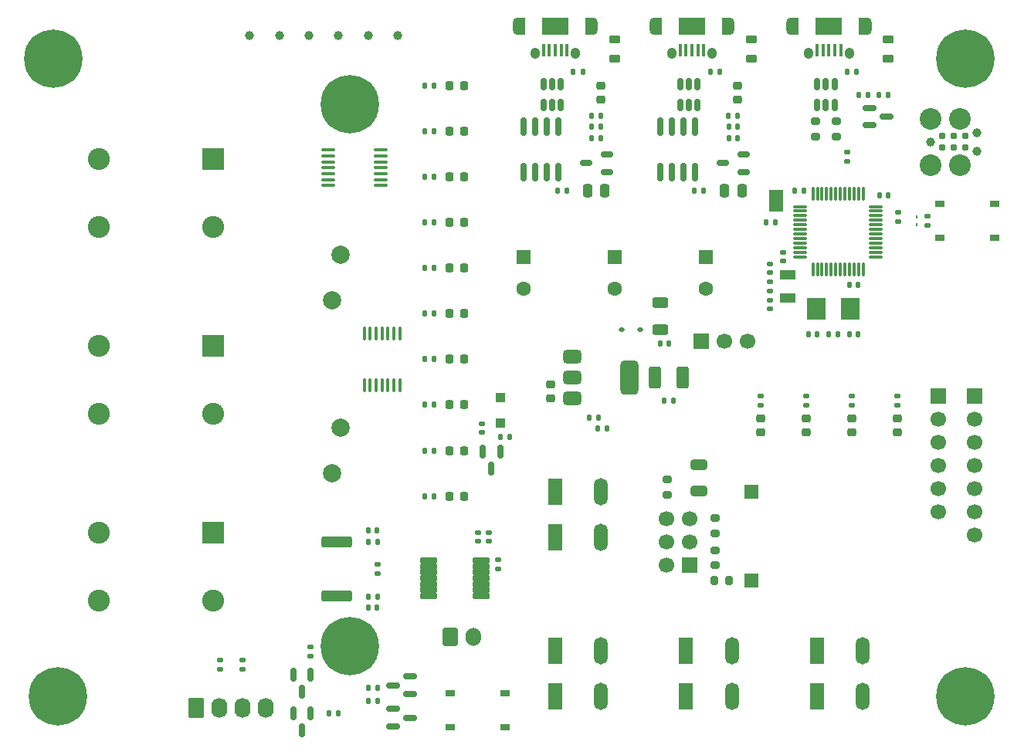
<source format=gbr>
%TF.GenerationSoftware,KiCad,Pcbnew,9.0.1+1*%
%TF.CreationDate,2025-05-28T08:24:08+00:00*%
%TF.ProjectId,akkupack-ng,616b6b75-7061-4636-9b2d-6e672e6b6963,rev?*%
%TF.SameCoordinates,Original*%
%TF.FileFunction,Soldermask,Top*%
%TF.FilePolarity,Negative*%
%FSLAX46Y46*%
G04 Gerber Fmt 4.6, Leading zero omitted, Abs format (unit mm)*
G04 Created by KiCad (PCBNEW 9.0.1+1) date 2025-05-28 08:24:08*
%MOMM*%
%LPD*%
G01*
G04 APERTURE LIST*
G04 Aperture macros list*
%AMRoundRect*
0 Rectangle with rounded corners*
0 $1 Rounding radius*
0 $2 $3 $4 $5 $6 $7 $8 $9 X,Y pos of 4 corners*
0 Add a 4 corners polygon primitive as box body*
4,1,4,$2,$3,$4,$5,$6,$7,$8,$9,$2,$3,0*
0 Add four circle primitives for the rounded corners*
1,1,$1+$1,$2,$3*
1,1,$1+$1,$4,$5*
1,1,$1+$1,$6,$7*
1,1,$1+$1,$8,$9*
0 Add four rect primitives between the rounded corners*
20,1,$1+$1,$2,$3,$4,$5,0*
20,1,$1+$1,$4,$5,$6,$7,0*
20,1,$1+$1,$6,$7,$8,$9,0*
20,1,$1+$1,$8,$9,$2,$3,0*%
G04 Aperture macros list end*
%ADD10RoundRect,0.030700X0.856300X0.276300X-0.856300X0.276300X-0.856300X-0.276300X0.856300X-0.276300X0*%
%ADD11RoundRect,0.135000X-0.135000X-0.185000X0.135000X-0.185000X0.135000X0.185000X-0.135000X0.185000X0*%
%ADD12RoundRect,0.140000X0.170000X-0.140000X0.170000X0.140000X-0.170000X0.140000X-0.170000X-0.140000X0*%
%ADD13C,2.374900*%
%ADD14C,0.990600*%
%ADD15C,0.787400*%
%ADD16RoundRect,0.135000X0.135000X0.185000X-0.135000X0.185000X-0.135000X-0.185000X0.135000X-0.185000X0*%
%ADD17RoundRect,0.135000X-0.185000X0.135000X-0.185000X-0.135000X0.185000X-0.135000X0.185000X0.135000X0*%
%ADD18RoundRect,0.135000X0.185000X-0.135000X0.185000X0.135000X-0.185000X0.135000X-0.185000X-0.135000X0*%
%ADD19RoundRect,0.250000X-0.250000X-0.475000X0.250000X-0.475000X0.250000X0.475000X-0.250000X0.475000X0*%
%ADD20C,1.000000*%
%ADD21RoundRect,0.218750X-0.218750X-0.256250X0.218750X-0.256250X0.218750X0.256250X-0.218750X0.256250X0*%
%ADD22RoundRect,0.150000X-0.587500X-0.150000X0.587500X-0.150000X0.587500X0.150000X-0.587500X0.150000X0*%
%ADD23R,1.000000X0.750000*%
%ADD24RoundRect,0.140000X-0.170000X0.140000X-0.170000X-0.140000X0.170000X-0.140000X0.170000X0.140000X0*%
%ADD25RoundRect,0.150000X0.512500X0.150000X-0.512500X0.150000X-0.512500X-0.150000X0.512500X-0.150000X0*%
%ADD26RoundRect,0.140000X0.140000X0.170000X-0.140000X0.170000X-0.140000X-0.170000X0.140000X-0.170000X0*%
%ADD27R,1.500000X1.500000*%
%ADD28RoundRect,0.150000X-0.150000X0.587500X-0.150000X-0.587500X0.150000X-0.587500X0.150000X0.587500X0*%
%ADD29RoundRect,0.250000X-0.420000X-0.945000X0.420000X-0.945000X0.420000X0.945000X-0.420000X0.945000X0*%
%ADD30R,2.413000X2.413000*%
%ADD31C,2.413000*%
%ADD32R,1.700000X1.700000*%
%ADD33C,1.700000*%
%ADD34RoundRect,0.250000X0.625000X-0.312500X0.625000X0.312500X-0.625000X0.312500X-0.625000X-0.312500X0*%
%ADD35RoundRect,0.150000X0.587500X0.150000X-0.587500X0.150000X-0.587500X-0.150000X0.587500X-0.150000X0*%
%ADD36RoundRect,0.150000X-0.150000X0.825000X-0.150000X-0.825000X0.150000X-0.825000X0.150000X0.825000X0*%
%ADD37RoundRect,0.250000X1.425000X-0.362500X1.425000X0.362500X-1.425000X0.362500X-1.425000X-0.362500X0*%
%ADD38C,6.400000*%
%ADD39RoundRect,0.140000X-0.140000X-0.170000X0.140000X-0.170000X0.140000X0.170000X-0.140000X0.170000X0*%
%ADD40RoundRect,0.100000X0.100000X-0.637500X0.100000X0.637500X-0.100000X0.637500X-0.100000X-0.637500X0*%
%ADD41RoundRect,0.200000X0.275000X-0.200000X0.275000X0.200000X-0.275000X0.200000X-0.275000X-0.200000X0*%
%ADD42R,1.500000X3.000000*%
%ADD43O,1.500000X3.000000*%
%ADD44RoundRect,0.150000X-0.150000X0.512500X-0.150000X-0.512500X0.150000X-0.512500X0.150000X0.512500X0*%
%ADD45R,0.400000X1.350000*%
%ADD46O,1.000000X1.900000*%
%ADD47R,0.875000X1.900000*%
%ADD48O,1.050000X1.250000*%
%ADD49R,2.900000X1.900000*%
%ADD50C,2.000000*%
%ADD51RoundRect,0.112500X0.187500X0.112500X-0.187500X0.112500X-0.187500X-0.112500X0.187500X-0.112500X0*%
%ADD52R,2.000000X2.400000*%
%ADD53RoundRect,0.250000X-0.620000X-0.845000X0.620000X-0.845000X0.620000X0.845000X-0.620000X0.845000X0*%
%ADD54O,1.740000X2.190000*%
%ADD55R,1.600000X1.600000*%
%ADD56C,1.600000*%
%ADD57RoundRect,0.218750X-0.381250X0.218750X-0.381250X-0.218750X0.381250X-0.218750X0.381250X0.218750X0*%
%ADD58RoundRect,0.375000X-0.625000X-0.375000X0.625000X-0.375000X0.625000X0.375000X-0.625000X0.375000X0*%
%ADD59RoundRect,0.500000X-0.500000X-1.400000X0.500000X-1.400000X0.500000X1.400000X-0.500000X1.400000X0*%
%ADD60R,1.800000X1.000000*%
%ADD61RoundRect,0.100000X0.637500X0.100000X-0.637500X0.100000X-0.637500X-0.100000X0.637500X-0.100000X0*%
%ADD62RoundRect,0.225000X0.250000X-0.225000X0.250000X0.225000X-0.250000X0.225000X-0.250000X-0.225000X0*%
%ADD63RoundRect,0.250000X-0.600000X-0.750000X0.600000X-0.750000X0.600000X0.750000X-0.600000X0.750000X0*%
%ADD64O,1.700000X2.000000*%
%ADD65RoundRect,0.075000X0.075000X-0.662500X0.075000X0.662500X-0.075000X0.662500X-0.075000X-0.662500X0*%
%ADD66RoundRect,0.075000X0.662500X-0.075000X0.662500X0.075000X-0.662500X0.075000X-0.662500X-0.075000X0*%
%ADD67RoundRect,0.250000X0.650000X-0.325000X0.650000X0.325000X-0.650000X0.325000X-0.650000X-0.325000X0*%
%ADD68RoundRect,0.250000X0.300000X-0.300000X0.300000X0.300000X-0.300000X0.300000X-0.300000X-0.300000X0*%
%ADD69RoundRect,0.218750X-0.256250X0.218750X-0.256250X-0.218750X0.256250X-0.218750X0.256250X0.218750X0*%
%ADD70RoundRect,0.200000X-0.275000X0.200000X-0.275000X-0.200000X0.275000X-0.200000X0.275000X0.200000X0*%
%ADD71RoundRect,0.062500X-0.062500X0.117500X-0.062500X-0.117500X0.062500X-0.117500X0.062500X0.117500X0*%
%ADD72RoundRect,0.200000X0.200000X0.275000X-0.200000X0.275000X-0.200000X-0.275000X0.200000X-0.275000X0*%
%ADD73R,1.500000X1.000000*%
G04 APERTURE END LIST*
%TO.C,JP201*%
G36*
X133450000Y-65750000D02*
G01*
X134950000Y-65750000D01*
X134950000Y-65450000D01*
X133450000Y-65450000D01*
X133450000Y-65750000D01*
G37*
%TD*%
D10*
%TO.C,U101*%
X101870000Y-108950000D03*
X101870000Y-108300000D03*
X101870000Y-107650000D03*
X101870000Y-107000000D03*
X101870000Y-106350000D03*
X101870000Y-105700000D03*
X101870000Y-105050000D03*
X96130000Y-105050000D03*
X96130000Y-105700000D03*
X96130000Y-106350000D03*
X96130000Y-107000000D03*
X96130000Y-107650000D03*
X96130000Y-108300000D03*
X96130000Y-108950000D03*
%TD*%
D11*
%TO.C,R202*%
X139990000Y-80250000D03*
X141010000Y-80250000D03*
%TD*%
D12*
%TO.C,C106*%
X102000000Y-91000000D03*
X102000000Y-90040000D03*
%TD*%
D13*
%TO.C,J202*%
X151170000Y-56600000D03*
D14*
X151170000Y-59140000D03*
D13*
X151170000Y-61680000D03*
X154345000Y-56600000D03*
X154345000Y-61680000D03*
D14*
X156250000Y-58124000D03*
X156250000Y-60156000D03*
D15*
X152440000Y-59775000D03*
X152440000Y-58505000D03*
X153710000Y-59775000D03*
X153710000Y-58505000D03*
X154980000Y-59775000D03*
X154980000Y-58505000D03*
%TD*%
D16*
%TO.C,R113*%
X96722500Y-58000000D03*
X95702500Y-58000000D03*
%TD*%
D17*
%TO.C,R221*%
X73250000Y-115990000D03*
X73250000Y-117010000D03*
%TD*%
D16*
%TO.C,R105*%
X96722500Y-98000000D03*
X95702500Y-98000000D03*
%TD*%
D18*
%TO.C,R214*%
X132500000Y-88010000D03*
X132500000Y-86990000D03*
%TD*%
D19*
%TO.C,C301*%
X113550000Y-64500000D03*
X115450000Y-64500000D03*
%TD*%
D11*
%TO.C,R301*%
X111990000Y-51500000D03*
X113010000Y-51500000D03*
%TD*%
D20*
%TO.C,TP101*%
X92750000Y-47500000D03*
%TD*%
D18*
%TO.C,R217*%
X147500000Y-88010000D03*
X147500000Y-86990000D03*
%TD*%
D12*
%TO.C,C104*%
X102750000Y-102980000D03*
X102750000Y-102020000D03*
%TD*%
D21*
%TO.C,D108*%
X98425000Y-68000000D03*
X100000000Y-68000000D03*
%TD*%
D22*
%TO.C,Q201*%
X144462500Y-55450000D03*
X144462500Y-57350000D03*
X146337500Y-56400000D03*
%TD*%
D16*
%TO.C,R109*%
X96722500Y-78000000D03*
X95702500Y-78000000D03*
%TD*%
D18*
%TO.C,R215*%
X137500000Y-88010000D03*
X137500000Y-86990000D03*
%TD*%
D20*
%TO.C,TP102*%
X89500000Y-47500000D03*
%TD*%
D23*
%TO.C,SW201*%
X152200000Y-65925000D03*
X158200000Y-65925000D03*
X152200000Y-69675000D03*
X158200000Y-69675000D03*
%TD*%
D24*
%TO.C,C204*%
X150800000Y-67320000D03*
X150800000Y-68280000D03*
%TD*%
D25*
%TO.C,U302*%
X115637500Y-62450000D03*
X115637500Y-60550000D03*
X113362500Y-61500000D03*
%TD*%
D12*
%TO.C,C102*%
X90500000Y-106480000D03*
X90500000Y-105520000D03*
%TD*%
D26*
%TO.C,C103*%
X90480000Y-101750000D03*
X89520000Y-101750000D03*
%TD*%
D27*
%TO.C,TP501*%
X131500000Y-107250000D03*
%TD*%
D26*
%TO.C,C211*%
X137230000Y-64500000D03*
X136270000Y-64500000D03*
%TD*%
D16*
%TO.C,R108*%
X96722500Y-83000000D03*
X95702500Y-83000000D03*
%TD*%
D28*
%TO.C,D208*%
X83200000Y-117562500D03*
X81300000Y-117562500D03*
X82250000Y-119437500D03*
%TD*%
D29*
%TO.C,C215*%
X120922500Y-85000000D03*
X124002500Y-85000000D03*
%TD*%
D16*
%TO.C,R502*%
X90510000Y-119000000D03*
X89490000Y-119000000D03*
%TD*%
D11*
%TO.C,R211*%
X143290000Y-54000000D03*
X144310000Y-54000000D03*
%TD*%
D30*
%TO.C,J106*%
X72500000Y-61000000D03*
D31*
X60000000Y-61000000D03*
X72500000Y-68500000D03*
X60000000Y-68500000D03*
%TD*%
D32*
%TO.C,J203*%
X152000000Y-87000000D03*
D33*
X152000000Y-89540000D03*
X152000000Y-92080000D03*
X152000000Y-94620000D03*
X152000000Y-97160000D03*
X152000000Y-99700000D03*
%TD*%
D34*
%TO.C,R203*%
X121500000Y-79712500D03*
X121500000Y-76787500D03*
%TD*%
D21*
%TO.C,D111*%
X98425000Y-53000000D03*
X100000000Y-53000000D03*
%TD*%
D32*
%TO.C,J201*%
X156000000Y-87000000D03*
D33*
X156000000Y-89540000D03*
X156000000Y-92080000D03*
X156000000Y-94620000D03*
X156000000Y-97160000D03*
X156000000Y-99700000D03*
X156000000Y-102240000D03*
%TD*%
D16*
%TO.C,R101*%
X105000000Y-91500000D03*
X103980000Y-91500000D03*
%TD*%
D35*
%TO.C,Q501*%
X94125000Y-119700000D03*
X94125000Y-117800000D03*
X92250000Y-118750000D03*
%TD*%
D21*
%TO.C,D103*%
X98425000Y-93000000D03*
X100000000Y-93000000D03*
%TD*%
D36*
%TO.C,U303*%
X110365000Y-57500000D03*
X109095000Y-57500000D03*
X107825000Y-57500000D03*
X106555000Y-57500000D03*
X106555000Y-62450000D03*
X107825000Y-62450000D03*
X109095000Y-62450000D03*
X110365000Y-62450000D03*
%TD*%
D37*
%TO.C,R102*%
X86000000Y-108925000D03*
X86000000Y-103000000D03*
%TD*%
D17*
%TO.C,R204*%
X133500000Y-74490000D03*
X133500000Y-75510000D03*
%TD*%
D38*
%TO.C,H106*%
X155000000Y-120000000D03*
%TD*%
D39*
%TO.C,C304*%
X110270000Y-64500000D03*
X111230000Y-64500000D03*
%TD*%
D28*
%TO.C,D207*%
X83200000Y-121812500D03*
X81300000Y-121812500D03*
X82250000Y-123687500D03*
%TD*%
D40*
%TO.C,U102*%
X89050000Y-85862500D03*
X89700000Y-85862500D03*
X90350000Y-85862500D03*
X91000000Y-85862500D03*
X91650000Y-85862500D03*
X92300000Y-85862500D03*
X92950000Y-85862500D03*
X92950000Y-80137500D03*
X92300000Y-80137500D03*
X91650000Y-80137500D03*
X91000000Y-80137500D03*
X90350000Y-80137500D03*
X89700000Y-80137500D03*
X89050000Y-80137500D03*
%TD*%
D41*
%TO.C,R505*%
X127500000Y-105575000D03*
X127500000Y-103925000D03*
%TD*%
D36*
%TO.C,U403*%
X125365000Y-57500000D03*
X124095000Y-57500000D03*
X122825000Y-57500000D03*
X121555000Y-57500000D03*
X121555000Y-62450000D03*
X122825000Y-62450000D03*
X124095000Y-62450000D03*
X125365000Y-62450000D03*
%TD*%
D42*
%TO.C,J101*%
X110000000Y-115000000D03*
X110000000Y-120000000D03*
D43*
X115000000Y-115000000D03*
X115000000Y-120000000D03*
%TD*%
D44*
%TO.C,U202*%
X140620000Y-52812500D03*
X139670000Y-52812500D03*
X138720000Y-52812500D03*
X138720000Y-55087500D03*
X139670000Y-55087500D03*
X140620000Y-55087500D03*
%TD*%
D16*
%TO.C,R106*%
X96722500Y-93000000D03*
X95702500Y-93000000D03*
%TD*%
D28*
%TO.C,Q101*%
X103950000Y-93125000D03*
X102050000Y-93125000D03*
X103000000Y-95000000D03*
%TD*%
D45*
%TO.C,J301*%
X108700000Y-49135000D03*
X109350000Y-49135000D03*
X110000000Y-49135000D03*
X110650000Y-49135000D03*
X111300000Y-49135000D03*
D46*
X114175000Y-46460000D03*
D47*
X113737500Y-46460000D03*
D48*
X112225000Y-49460000D03*
D49*
X110000000Y-46460000D03*
D48*
X107775000Y-49460000D03*
D47*
X106262500Y-46460000D03*
D46*
X105825000Y-46460000D03*
%TD*%
D42*
%TO.C,J103*%
X138700000Y-115000000D03*
X138700000Y-120000000D03*
D43*
X143700000Y-115000000D03*
X143700000Y-120000000D03*
%TD*%
D16*
%TO.C,R111*%
X96722500Y-68000000D03*
X95702500Y-68000000D03*
%TD*%
D44*
%TO.C,U301*%
X110620000Y-52812500D03*
X109670000Y-52812500D03*
X108720000Y-52812500D03*
X108720000Y-55087500D03*
X109670000Y-55087500D03*
X110620000Y-55087500D03*
%TD*%
D50*
%TO.C,F102*%
X85500000Y-76500000D03*
X86500000Y-71500000D03*
%TD*%
D51*
%TO.C,D202*%
X119350000Y-79750000D03*
X117250000Y-79750000D03*
%TD*%
D52*
%TO.C,Y201*%
X142350000Y-77500000D03*
X138650000Y-77500000D03*
%TD*%
D11*
%TO.C,R501*%
X89490000Y-120500000D03*
X90510000Y-120500000D03*
%TD*%
D38*
%TO.C,H101*%
X87500000Y-55000000D03*
%TD*%
D16*
%TO.C,R110*%
X96722500Y-73000000D03*
X95702500Y-73000000D03*
%TD*%
D22*
%TO.C,Q502*%
X92250000Y-121350000D03*
X92250000Y-123250000D03*
X94125000Y-122300000D03*
%TD*%
D17*
%TO.C,R219*%
X75750000Y-116000000D03*
X75750000Y-117020000D03*
%TD*%
D53*
%TO.C,J205*%
X70670000Y-121250000D03*
D54*
X73210000Y-121250000D03*
X75750000Y-121250000D03*
X78290000Y-121250000D03*
%TD*%
D26*
%TO.C,C101*%
X90480000Y-110250000D03*
X89520000Y-110250000D03*
%TD*%
D55*
%TO.C,C209*%
X106500000Y-71750000D03*
D56*
X106500000Y-75250000D03*
%TD*%
D57*
%TO.C,FB401*%
X131500000Y-47937500D03*
X131500000Y-50062500D03*
%TD*%
D30*
%TO.C,J105*%
X72500000Y-81500000D03*
D31*
X60000000Y-81500000D03*
X72500000Y-89000000D03*
X60000000Y-89000000D03*
%TD*%
D39*
%TO.C,C403*%
X129020000Y-58750000D03*
X129980000Y-58750000D03*
%TD*%
D11*
%TO.C,R402*%
X129000000Y-56265000D03*
X130020000Y-56265000D03*
%TD*%
D30*
%TO.C,J104*%
X72500000Y-102000000D03*
D31*
X60000000Y-102000000D03*
X72500000Y-109500000D03*
X60000000Y-109500000D03*
%TD*%
D38*
%TO.C,H104*%
X55500000Y-120000000D03*
%TD*%
D58*
%TO.C,U203*%
X111850000Y-82700000D03*
X111850000Y-85000000D03*
D59*
X118150000Y-85000000D03*
D58*
X111850000Y-87300000D03*
%TD*%
D24*
%TO.C,C206*%
X133500000Y-72520000D03*
X133500000Y-73480000D03*
%TD*%
D20*
%TO.C,TP106*%
X76500000Y-47500000D03*
%TD*%
D60*
%TO.C,Y202*%
X135500000Y-76250000D03*
X135500000Y-73750000D03*
%TD*%
D11*
%TO.C,R212*%
X145490000Y-54000000D03*
X146510000Y-54000000D03*
%TD*%
D27*
%TO.C,TP502*%
X131500000Y-97500000D03*
%TD*%
D61*
%TO.C,U103*%
X90862500Y-63950000D03*
X90862500Y-63300000D03*
X90862500Y-62650000D03*
X90862500Y-62000000D03*
X90862500Y-61350000D03*
X90862500Y-60700000D03*
X90862500Y-60050000D03*
X85137500Y-60050000D03*
X85137500Y-60700000D03*
X85137500Y-61350000D03*
X85137500Y-62000000D03*
X85137500Y-62650000D03*
X85137500Y-63300000D03*
X85137500Y-63950000D03*
%TD*%
D62*
%TO.C,C214*%
X109500000Y-87275000D03*
X109500000Y-85725000D03*
%TD*%
D41*
%TO.C,R210*%
X138540000Y-58575000D03*
X138540000Y-56925000D03*
%TD*%
D11*
%TO.C,R302*%
X114000000Y-56265000D03*
X115020000Y-56265000D03*
%TD*%
D18*
%TO.C,R216*%
X142500000Y-88010000D03*
X142500000Y-86990000D03*
%TD*%
D26*
%TO.C,C202*%
X143230000Y-80250000D03*
X142270000Y-80250000D03*
%TD*%
D38*
%TO.C,H102*%
X87500000Y-114500000D03*
%TD*%
D50*
%TO.C,F101*%
X85500000Y-95500000D03*
X86500000Y-90500000D03*
%TD*%
D57*
%TO.C,FB301*%
X116500000Y-47937500D03*
X116500000Y-50062500D03*
%TD*%
D18*
%TO.C,R208*%
X142000000Y-61260000D03*
X142000000Y-60240000D03*
%TD*%
D17*
%TO.C,R503*%
X103750000Y-104990000D03*
X103750000Y-106010000D03*
%TD*%
D42*
%TO.C,J102*%
X124350000Y-115000000D03*
X124350000Y-120000000D03*
D43*
X129350000Y-115000000D03*
X129350000Y-120000000D03*
%TD*%
D39*
%TO.C,C213*%
X142270000Y-74800000D03*
X143230000Y-74800000D03*
%TD*%
D38*
%TO.C,H105*%
X155000000Y-50000000D03*
%TD*%
D63*
%TO.C,J501*%
X98500000Y-113475000D03*
D64*
X101000000Y-113475000D03*
%TD*%
D55*
%TO.C,C208*%
X116500000Y-71750000D03*
D56*
X116500000Y-75250000D03*
%TD*%
D42*
%TO.C,J107*%
X110000500Y-97500000D03*
X110000500Y-102500000D03*
D43*
X115000500Y-97500000D03*
X115000500Y-102500000D03*
%TD*%
D45*
%TO.C,J204*%
X138700000Y-49135000D03*
X139350000Y-49135000D03*
X140000000Y-49135000D03*
X140650000Y-49135000D03*
X141300000Y-49135000D03*
D46*
X144175000Y-46460000D03*
D47*
X143737500Y-46460000D03*
D48*
X142225000Y-49460000D03*
D49*
X140000000Y-46460000D03*
D48*
X137775000Y-49460000D03*
D47*
X136262500Y-46460000D03*
D46*
X135825000Y-46460000D03*
%TD*%
D21*
%TO.C,D110*%
X98425000Y-58000000D03*
X100000000Y-58000000D03*
%TD*%
D65*
%TO.C,U201*%
X138250000Y-73162500D03*
X138750000Y-73162500D03*
X139250000Y-73162500D03*
X139750000Y-73162500D03*
X140250000Y-73162500D03*
X140750000Y-73162500D03*
X141250000Y-73162500D03*
X141750000Y-73162500D03*
X142250000Y-73162500D03*
X142750000Y-73162500D03*
X143250000Y-73162500D03*
X143750000Y-73162500D03*
D66*
X145162500Y-71750000D03*
X145162500Y-71250000D03*
X145162500Y-70750000D03*
X145162500Y-70250000D03*
X145162500Y-69750000D03*
X145162500Y-69250000D03*
X145162500Y-68750000D03*
X145162500Y-68250000D03*
X145162500Y-67750000D03*
X145162500Y-67250000D03*
X145162500Y-66750000D03*
X145162500Y-66250000D03*
D65*
X143750000Y-64837500D03*
X143250000Y-64837500D03*
X142750000Y-64837500D03*
X142250000Y-64837500D03*
X141750000Y-64837500D03*
X141250000Y-64837500D03*
X140750000Y-64837500D03*
X140250000Y-64837500D03*
X139750000Y-64837500D03*
X139250000Y-64837500D03*
X138750000Y-64837500D03*
X138250000Y-64837500D03*
D66*
X136837500Y-66250000D03*
X136837500Y-66750000D03*
X136837500Y-67250000D03*
X136837500Y-67750000D03*
X136837500Y-68250000D03*
X136837500Y-68750000D03*
X136837500Y-69250000D03*
X136837500Y-69750000D03*
X136837500Y-70250000D03*
X136837500Y-70750000D03*
X136837500Y-71250000D03*
X136837500Y-71750000D03*
%TD*%
D21*
%TO.C,D107*%
X98425000Y-73000000D03*
X100000000Y-73000000D03*
%TD*%
D67*
%TO.C,C501*%
X125750000Y-97475000D03*
X125750000Y-94525000D03*
%TD*%
D21*
%TO.C,D106*%
X98425000Y-78000000D03*
X100000000Y-78000000D03*
%TD*%
D12*
%TO.C,C212*%
X135000000Y-72230000D03*
X135000000Y-71270000D03*
%TD*%
D39*
%TO.C,C303*%
X114020000Y-58750000D03*
X114980000Y-58750000D03*
%TD*%
D20*
%TO.C,TP105*%
X79750000Y-47500000D03*
%TD*%
D21*
%TO.C,D104*%
X98425000Y-88000000D03*
X100000000Y-88000000D03*
%TD*%
D23*
%TO.C,SW501*%
X98500000Y-119625000D03*
X104500000Y-119625000D03*
X98500000Y-123375000D03*
X104500000Y-123375000D03*
%TD*%
D17*
%TO.C,R220*%
X83200000Y-114552500D03*
X83200000Y-115572500D03*
%TD*%
D41*
%TO.C,R506*%
X127500000Y-102075000D03*
X127500000Y-100425000D03*
%TD*%
D55*
%TO.C,C205*%
X126500000Y-71750000D03*
D56*
X126500000Y-75250000D03*
%TD*%
D38*
%TO.C,H103*%
X55000000Y-50000000D03*
%TD*%
D68*
%TO.C,D101*%
X104000000Y-89985000D03*
X104000000Y-87185000D03*
%TD*%
D16*
%TO.C,R201*%
X134110000Y-68000000D03*
X133090000Y-68000000D03*
%TD*%
D69*
%TO.C,D206*%
X147500000Y-89462500D03*
X147500000Y-91037500D03*
%TD*%
%TO.C,D301*%
X115010000Y-52957500D03*
X115010000Y-54532500D03*
%TD*%
%TO.C,D205*%
X142500000Y-89462500D03*
X142500000Y-91037500D03*
%TD*%
D25*
%TO.C,U402*%
X130637500Y-62450000D03*
X130637500Y-60550000D03*
X128362500Y-61500000D03*
%TD*%
D39*
%TO.C,C201*%
X137770000Y-80250000D03*
X138730000Y-80250000D03*
%TD*%
D12*
%TO.C,C207*%
X133500000Y-77480000D03*
X133500000Y-76520000D03*
%TD*%
D32*
%TO.C,JP202*%
X126000000Y-81000000D03*
D33*
X128540000Y-81000000D03*
X131080000Y-81000000D03*
%TD*%
D21*
%TO.C,D102*%
X98425000Y-98000000D03*
X100000000Y-98000000D03*
%TD*%
D70*
%TO.C,R507*%
X122250000Y-96175000D03*
X122250000Y-97825000D03*
%TD*%
D39*
%TO.C,C210*%
X145520000Y-65000000D03*
X146480000Y-65000000D03*
%TD*%
D21*
%TO.C,D109*%
X98425000Y-63000000D03*
X100000000Y-63000000D03*
%TD*%
D39*
%TO.C,C302*%
X114020000Y-57500000D03*
X114980000Y-57500000D03*
%TD*%
D16*
%TO.C,R207*%
X115710000Y-90600000D03*
X114690000Y-90600000D03*
%TD*%
D11*
%TO.C,R103*%
X89490000Y-109000000D03*
X90510000Y-109000000D03*
%TD*%
D16*
%TO.C,R206*%
X114710000Y-89400000D03*
X113690000Y-89400000D03*
%TD*%
D11*
%TO.C,R213*%
X141990000Y-51500000D03*
X143010000Y-51500000D03*
%TD*%
D45*
%TO.C,J401*%
X123700000Y-49135000D03*
X124350000Y-49135000D03*
X125000000Y-49135000D03*
X125650000Y-49135000D03*
X126300000Y-49135000D03*
D46*
X129175000Y-46460000D03*
D47*
X128737500Y-46460000D03*
D48*
X127225000Y-49460000D03*
D49*
X125000000Y-46460000D03*
D48*
X122775000Y-49460000D03*
D47*
X121262500Y-46460000D03*
D46*
X120825000Y-46460000D03*
%TD*%
D19*
%TO.C,C401*%
X128550000Y-64500000D03*
X130450000Y-64500000D03*
%TD*%
D12*
%TO.C,C105*%
X101500000Y-102980000D03*
X101500000Y-102020000D03*
%TD*%
D39*
%TO.C,C404*%
X125270000Y-64500000D03*
X126230000Y-64500000D03*
%TD*%
D16*
%TO.C,R218*%
X86210000Y-121812500D03*
X85190000Y-121812500D03*
%TD*%
D17*
%TO.C,R205*%
X147600000Y-66890000D03*
X147600000Y-67910000D03*
%TD*%
D71*
%TO.C,D201*%
X149600000Y-68220000D03*
X149600000Y-67380000D03*
%TD*%
D20*
%TO.C,TP104*%
X83000000Y-47500000D03*
%TD*%
D69*
%TO.C,D204*%
X137500000Y-89462500D03*
X137500000Y-91037500D03*
%TD*%
D11*
%TO.C,R401*%
X126990000Y-51500000D03*
X128010000Y-51500000D03*
%TD*%
D41*
%TO.C,R209*%
X140800000Y-58575000D03*
X140800000Y-56925000D03*
%TD*%
D11*
%TO.C,R104*%
X89490000Y-103000000D03*
X90510000Y-103000000D03*
%TD*%
D39*
%TO.C,C402*%
X129020000Y-57500000D03*
X129980000Y-57500000D03*
%TD*%
%TO.C,C203*%
X121520000Y-81250000D03*
X122480000Y-81250000D03*
%TD*%
D16*
%TO.C,R112*%
X96722500Y-63000000D03*
X95702500Y-63000000D03*
%TD*%
D57*
%TO.C,FB201*%
X146500000Y-47937500D03*
X146500000Y-50062500D03*
%TD*%
D16*
%TO.C,R114*%
X96722500Y-53000000D03*
X95702500Y-53000000D03*
%TD*%
D69*
%TO.C,D203*%
X132500000Y-89462500D03*
X132500000Y-91037500D03*
%TD*%
D21*
%TO.C,D105*%
X98425000Y-83000000D03*
X100000000Y-83000000D03*
%TD*%
D69*
%TO.C,D401*%
X130010000Y-52957500D03*
X130010000Y-54532500D03*
%TD*%
D44*
%TO.C,U401*%
X125620000Y-52812500D03*
X124670000Y-52812500D03*
X123720000Y-52812500D03*
X123720000Y-55087500D03*
X124670000Y-55087500D03*
X125620000Y-55087500D03*
%TD*%
D16*
%TO.C,R107*%
X96722500Y-88000000D03*
X95702500Y-88000000D03*
%TD*%
D39*
%TO.C,C216*%
X121982500Y-87500000D03*
X122942500Y-87500000D03*
%TD*%
D20*
%TO.C,TP103*%
X86250000Y-47500000D03*
%TD*%
D72*
%TO.C,R504*%
X129075000Y-107250000D03*
X127425000Y-107250000D03*
%TD*%
D32*
%TO.C,J502*%
X124775000Y-105540000D03*
D33*
X122235000Y-105540000D03*
X124775000Y-103000000D03*
X122235000Y-103000000D03*
X124775000Y-100460000D03*
X122235000Y-100460000D03*
%TD*%
D73*
%TO.C,JP201*%
X134200000Y-66250000D03*
X134200000Y-64950000D03*
%TD*%
M02*

</source>
